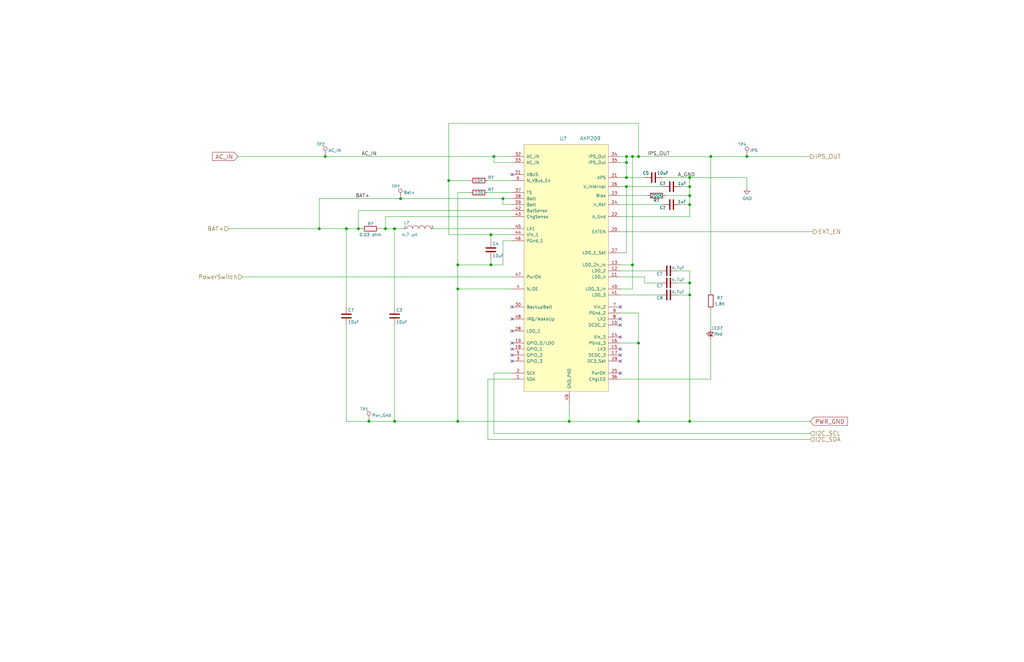
<source format=kicad_sch>
(kicad_sch (version 20210621) (generator eeschema)
  (paper "USLedger")
  (title_block (title "ConnectBox HAT using RPi CM4") (date "2021-10-08") (rev "1.6.0") (comment 1 "JRA"))
  (lib_symbols
    (symbol "Connector:TestPoint" (pin_numbers hide) (pin_names (offset 0.762) hide)
      (property "Reference" "TP" (at 0 6.858 0))
      (property "Value" "TestPoint" (at 0 5.08 0))
      (symbol "TestPoint_0_1"
        (circle (center 0 3.302) (radius 0.762))
      )
      (symbol "TestPoint_1_1"
        (pin passive line (at 0 0 90) (length 2.54) (name "1") (number "1"))
      )
    )
    (symbol "Custom_1:AXP209" (pin_names (offset 1.016))
      (property "Reference" "U" (at -6.35 40.64 0))
      (property "Value" "AXP209" (at 5.08 40.64 0))
      (symbol "AXP209_0_1"
        (rectangle (start -22.86 38.1) (end 12.7 -66.04) (stroke (width 0.0254)) (fill (type background)))
      )
      (symbol "AXP209_1_1"
        (pin input line (at -27.94 -60.96 0) (length 5.08) (name "SDA") (number "1"))
        (pin input line (at 17.78 -38.1 180) (length 5.08) (name "DCDC_2") (number "10"))
        (pin input line (at 17.78 -17.78 180) (length 5.08) (name "LDO_4") (number "11"))
        (pin input line (at 17.78 -15.24 180) (length 5.08) (name "LDO_2") (number "12"))
        (pin input line (at 17.78 -12.7 180) (length 5.08) (name "LDO_24_In") (number "13"))
        (pin input line (at 17.78 -43.18 180) (length 5.08) (name "Vin_3") (number "14"))
        (pin input line (at 17.78 -48.26 180) (length 5.08) (name "LX3") (number "15"))
        (pin input line (at 17.78 -45.72 180) (length 5.08) (name "PGnd_3") (number "16"))
        (pin input line (at 17.78 -50.8 180) (length 5.08) (name "DCDC_3") (number "17"))
        (pin input line (at -27.94 -48.26 0) (length 5.08) (name "GPIO_1") (number "18"))
        (pin input line (at -27.94 -45.72 0) (length 5.08) (name "GPIO_0/LDO") (number "19"))
        (pin input line (at -27.94 -58.42 0) (length 5.08) (name "SCK") (number "2"))
        (pin output line (at 17.78 1.27 180) (length 5.08) (name "EXTEN") (number "20"))
        (pin input line (at 17.78 24.13 180) (length 5.08) (name "APS") (number "21"))
        (pin input line (at 17.78 7.62 180) (length 5.08) (name "A_Gnd") (number "22"))
        (pin input line (at 17.78 16.51 180) (length 5.08) (name "Bias") (number "23"))
        (pin input line (at 17.78 12.7 180) (length 5.08) (name "V_Ref") (number "24"))
        (pin input line (at 17.78 -58.42 180) (length 5.08) (name "PwrOK") (number "25"))
        (pin input line (at 17.78 20.32 180) (length 5.08) (name "V_Internal") (number "26"))
        (pin input line (at 17.78 -7.62 180) (length 5.08) (name "LDO_1_Set") (number "27"))
        (pin input line (at -27.94 -40.64 0) (length 5.08) (name "LDO_1") (number "28"))
        (pin input line (at 17.78 -53.34 180) (length 5.08) (name "DC3_Set") (number "29"))
        (pin input line (at -27.94 -53.34 0) (length 5.08) (name "GPIO_3") (number "3"))
        (pin input line (at -27.94 -30.48 0) (length 5.08) (name "BackupBatt") (number "30"))
        (pin input line (at -27.94 25.4 0) (length 5.08) (name "VBUS") (number "31"))
        (pin input line (at -27.94 33.02 0) (length 5.08) (name "AC_IN") (number "32"))
        (pin input line (at -27.94 30.48 0) (length 5.08) (name "AC_IN") (number "33"))
        (pin input line (at 17.78 33.02 180) (length 5.08) (name "IPS_Out") (number "34"))
        (pin input line (at 17.78 30.48 180) (length 5.08) (name "IPS_Out") (number "35"))
        (pin input line (at 17.78 -60.96 180) (length 5.08) (name "ChgLED") (number "36"))
        (pin input line (at -27.94 17.78 0) (length 5.08) (name "TS") (number "37"))
        (pin input line (at -27.94 15.24 0) (length 5.08) (name "Batt") (number "38"))
        (pin input line (at -27.94 12.7 0) (length 5.08) (name "Batt") (number "39"))
        (pin input line (at -27.94 -22.86 0) (length 5.08) (name "N_OE") (number "4"))
        (pin input line (at 17.78 -22.86 180) (length 5.08) (name "LDO_3_In") (number "40"))
        (pin input line (at 17.78 -25.4 180) (length 5.08) (name "LDO_3") (number "41"))
        (pin input line (at -27.94 10.16 0) (length 5.08) (name "BatSense") (number "42"))
        (pin input line (at -27.94 7.62 0) (length 5.08) (name "ChgSense") (number "43"))
        (pin input line (at -27.94 0 0) (length 5.08) (name "Vin_1") (number "44"))
        (pin input line (at -27.94 2.54 0) (length 5.08) (name "LX1") (number "45"))
        (pin input line (at -27.94 -2.54 0) (length 5.08) (name "PGnd_1") (number "46"))
        (pin input line (at -27.94 -17.78 0) (length 5.08) (name "PwrON") (number "47"))
        (pin input line (at -27.94 -35.56 0) (length 5.08) (name "IRQ/WakeUp") (number "48"))
        (pin input line (at -3.81 -71.12 90) (length 5.08) (name "GND_PAD") (number "49"))
        (pin input line (at -27.94 -50.8 0) (length 5.08) (name "GPIO_2") (number "5"))
        (pin input line (at -27.94 22.86 0) (length 5.08) (name "N_VBus_En") (number "6"))
        (pin input line (at 17.78 -30.48 180) (length 5.08) (name "Vin_2") (number "7"))
        (pin input line (at 17.78 -35.56 180) (length 5.08) (name "LX2") (number "8"))
        (pin input line (at 17.78 -33.02 180) (length 5.08) (name "PGnd_2") (number "9"))
      )
    )
    (symbol "Custom_1:INDUCTOR" (pin_numbers hide) (pin_names (offset 0))
      (property "Reference" "L" (at 0 2.54 0))
      (property "Value" "INDUCTOR" (at 0 -1.27 0))
      (symbol "INDUCTOR_0_1"
        (arc (start -2.54 0) (end -5.08 0) (radius (at -3.81 0) (length 1.27) (angles 0.1 179.9)))
        (arc (start 0 0) (end -2.54 0) (radius (at -1.27 0) (length 1.27) (angles 0.1 179.9)))
        (arc (start 2.54 0) (end 0 0) (radius (at 1.27 0) (length 1.27) (angles 0.1 179.9)))
        (arc (start 5.08 0) (end 2.54 0) (radius (at 3.81 0) (length 1.27) (angles 0.1 179.9)))
      )
      (symbol "INDUCTOR_1_1"
        (pin input line (at -6.35 0 0) (length 1.27) (name "1") (number "1"))
        (pin input line (at 6.35 0 180) (length 1.27) (name "2") (number "2"))
      )
    )
    (symbol "Device:C" (pin_numbers hide) (pin_names (offset 0.254))
      (property "Reference" "C" (at 0.635 2.54 0))
      (property "Value" "C" (at 0.635 -2.54 0))
      (symbol "C_0_1"
        (polyline (pts (xy -2.032 -0.762) (xy 2.032 -0.762)) (stroke (width 0.508)))
        (polyline (pts (xy -2.032 0.762) (xy 2.032 0.762)) (stroke (width 0.508)))
      )
      (symbol "C_1_1"
        (pin passive line (at 0 3.81 270) (length 2.794) (name "~") (number "1"))
        (pin passive line (at 0 -3.81 90) (length 2.794) (name "~") (number "2"))
      )
    )
    (symbol "Device:LED_Small" (pin_numbers hide) (pin_names (offset 0.254) hide)
      (property "Reference" "D" (at -1.27 3.175 0))
      (property "Value" "LED_Small" (at -4.445 -2.54 0))
      (symbol "LED_Small_0_1"
        (polyline (pts (xy -0.762 -1.016) (xy -0.762 1.016)) (stroke (width 0.254)))
        (polyline (pts (xy 1.016 0) (xy -0.762 0)))
        (polyline (pts (xy 0.762 -1.016) (xy -0.762 0) (xy 0.762 1.016) (xy 0.762 -1.016)) (stroke (width 0.254)))
        (polyline (pts (xy 0 0.762) (xy -0.508 1.27) (xy -0.254 1.27) (xy -0.508 1.27) (xy -0.508 1.016)))
        (polyline (pts (xy 0.508 1.27) (xy 0 1.778) (xy 0.254 1.778) (xy 0 1.778) (xy 0 1.524)))
      )
      (symbol "LED_Small_1_1"
        (pin passive line (at -2.54 0 0) (length 1.778) (name "K") (number "1"))
        (pin passive line (at 2.54 0 180) (length 1.778) (name "A") (number "2"))
      )
    )
    (symbol "Device:R" (pin_numbers hide) (pin_names (offset 0))
      (property "Reference" "R" (at 2.032 0 90))
      (property "Value" "R" (at 0 0 90))
      (symbol "R_0_1"
        (rectangle (start -1.016 -2.54) (end 1.016 2.54) (stroke (width 0.254)))
      )
      (symbol "R_1_1"
        (pin passive line (at 0 3.81 270) (length 1.27) (name "~") (number "1"))
        (pin passive line (at 0 -3.81 90) (length 1.27) (name "~") (number "2"))
      )
    )
    (symbol "power:GND" (power) (pin_names (offset 0))
      (property "Value" "GND" (at 0 -3.81 0))
      (symbol "GND_0_1"
        (polyline (pts (xy 0 0) (xy 0 -1.27) (xy 1.27 -1.27) (xy 0 -2.54) (xy -1.27 -1.27) (xy 0 -1.27)))
      )
      (symbol "GND_1_1"
        (pin power_in line (at 0 0 270) (length 0) hide (name "GND") (number "1"))
      )
    )
  )
  (junction (at 134.62 96.52) (diameter 1.016))
  (junction (at 137.16 66.04) (diameter 1.016))
  (junction (at 146.05 96.52) (diameter 1.016))
  (junction (at 151.13 96.52) (diameter 1.016))
  (junction (at 155.575 177.8) (diameter 1.016))
  (junction (at 162.56 96.52) (diameter 1.016))
  (junction (at 166.37 96.52) (diameter 1.016))
  (junction (at 166.37 177.8) (diameter 1.016))
  (junction (at 168.91 83.82) (diameter 1.016))
  (junction (at 189.23 76.2) (diameter 1.016))
  (junction (at 193.04 111.76) (diameter 1.016))
  (junction (at 193.04 121.92) (diameter 1.016))
  (junction (at 193.04 177.8) (diameter 1.016))
  (junction (at 207.01 99.06) (diameter 1.016))
  (junction (at 207.01 111.76) (diameter 1.016))
  (junction (at 208.28 66.04) (diameter 1.016))
  (junction (at 212.09 83.82) (diameter 1.016))
  (junction (at 240.03 177.8) (diameter 1.016))
  (junction (at 264.16 66.04) (diameter 1.016))
  (junction (at 264.16 68.58) (diameter 1.016))
  (junction (at 264.16 74.93) (diameter 1.016))
  (junction (at 264.16 78.74) (diameter 1.016))
  (junction (at 266.7 66.04) (diameter 1.016))
  (junction (at 266.7 111.76) (diameter 1.016))
  (junction (at 269.24 66.04) (diameter 1.016))
  (junction (at 269.24 144.78) (diameter 1.016))
  (junction (at 269.24 177.8) (diameter 1.016))
  (junction (at 290.83 74.93) (diameter 1.016))
  (junction (at 290.83 78.74) (diameter 1.016))
  (junction (at 290.83 82.55) (diameter 1.016))
  (junction (at 290.83 86.36) (diameter 1.016))
  (junction (at 290.83 119.38) (diameter 1.016))
  (junction (at 290.83 124.46) (diameter 1.016))
  (junction (at 290.83 177.8) (diameter 1.016))
  (junction (at 299.72 66.04) (diameter 1.016))
  (junction (at 314.96 66.04) (diameter 1.016))
  (no_connect (at 215.9 73.66))
  (no_connect (at 215.9 129.54))
  (no_connect (at 215.9 134.62))
  (no_connect (at 215.9 139.7))
  (no_connect (at 215.9 144.78))
  (no_connect (at 215.9 147.32))
  (no_connect (at 215.9 149.86))
  (no_connect (at 215.9 152.4))
  (no_connect (at 261.62 129.54))
  (no_connect (at 261.62 134.62))
  (no_connect (at 261.62 137.16))
  (no_connect (at 261.62 142.24))
  (no_connect (at 261.62 147.32))
  (no_connect (at 261.62 149.86))
  (no_connect (at 261.62 152.4))
  (no_connect (at 261.62 157.48))
  (wire (pts (xy 96.52 96.52) (xy 134.62 96.52)))
  (wire (pts (xy 100.33 66.04) (xy 137.16 66.04)))
  (wire (pts (xy 134.62 83.82) (xy 134.62 96.52)))
  (wire (pts (xy 134.62 83.82) (xy 168.91 83.82)))
  (wire (pts (xy 134.62 96.52) (xy 146.05 96.52)))
  (wire (pts (xy 137.16 66.04) (xy 208.28 66.04)))
  (wire (pts (xy 146.05 96.52) (xy 151.13 96.52)))
  (wire (pts (xy 146.05 129.54) (xy 146.05 96.52)))
  (wire (pts (xy 146.05 137.16) (xy 146.05 177.8)))
  (wire (pts (xy 151.13 88.9) (xy 215.9 88.9)))
  (wire (pts (xy 151.13 96.52) (xy 151.13 88.9)))
  (wire (pts (xy 151.13 96.52) (xy 152.4 96.52)))
  (wire (pts (xy 155.575 177.8) (xy 146.05 177.8)))
  (wire (pts (xy 160.02 96.52) (xy 162.56 96.52)))
  (wire (pts (xy 162.56 91.44) (xy 162.56 96.52)))
  (wire (pts (xy 162.56 96.52) (xy 166.37 96.52)))
  (wire (pts (xy 166.37 96.52) (xy 166.37 129.54)))
  (wire (pts (xy 166.37 96.52) (xy 170.18 96.52)))
  (wire (pts (xy 166.37 177.8) (xy 155.575 177.8)))
  (wire (pts (xy 166.37 177.8) (xy 166.37 137.16)))
  (wire (pts (xy 166.37 177.8) (xy 193.04 177.8)))
  (wire (pts (xy 168.91 83.82) (xy 212.09 83.82)))
  (wire (pts (xy 182.88 96.52) (xy 215.9 96.52)))
  (wire (pts (xy 189.23 52.07) (xy 189.23 76.2)))
  (wire (pts (xy 189.23 52.07) (xy 269.24 52.07)))
  (wire (pts (xy 189.23 76.2) (xy 189.23 99.06)))
  (wire (pts (xy 189.23 99.06) (xy 207.01 99.06)))
  (wire (pts (xy 193.04 81.28) (xy 193.04 111.76)))
  (wire (pts (xy 193.04 111.76) (xy 193.04 121.92)))
  (wire (pts (xy 193.04 121.92) (xy 193.04 177.8)))
  (wire (pts (xy 193.04 121.92) (xy 215.9 121.92)))
  (wire (pts (xy 193.04 177.8) (xy 240.03 177.8)))
  (wire (pts (xy 198.12 76.2) (xy 189.23 76.2)))
  (wire (pts (xy 198.12 81.28) (xy 193.04 81.28)))
  (wire (pts (xy 205.74 76.2) (xy 215.9 76.2)))
  (wire (pts (xy 205.74 81.28) (xy 215.9 81.28)))
  (wire (pts (xy 205.74 160.02) (xy 215.9 160.02)))
  (wire (pts (xy 205.74 185.42) (xy 205.74 160.02)))
  (wire (pts (xy 207.01 99.06) (xy 215.9 99.06)))
  (wire (pts (xy 207.01 101.6) (xy 207.01 99.06)))
  (wire (pts (xy 207.01 111.76) (xy 193.04 111.76)))
  (wire (pts (xy 207.01 111.76) (xy 207.01 109.22)))
  (wire (pts (xy 208.28 66.04) (xy 215.9 66.04)))
  (wire (pts (xy 208.28 68.58) (xy 208.28 66.04)))
  (wire (pts (xy 208.28 157.48) (xy 208.28 182.88)))
  (wire (pts (xy 208.28 182.88) (xy 341.63 182.88)))
  (wire (pts (xy 212.09 83.82) (xy 212.09 86.36)))
  (wire (pts (xy 212.09 83.82) (xy 215.9 83.82)))
  (wire (pts (xy 212.09 86.36) (xy 215.9 86.36)))
  (wire (pts (xy 212.09 101.6) (xy 212.09 111.76)))
  (wire (pts (xy 212.09 111.76) (xy 207.01 111.76)))
  (wire (pts (xy 215.9 68.58) (xy 208.28 68.58)))
  (wire (pts (xy 215.9 91.44) (xy 162.56 91.44)))
  (wire (pts (xy 215.9 101.6) (xy 212.09 101.6)))
  (wire (pts (xy 215.9 116.84) (xy 102.235 116.84)))
  (wire (pts (xy 215.9 157.48) (xy 208.28 157.48)))
  (wire (pts (xy 240.03 177.8) (xy 240.03 170.18)))
  (wire (pts (xy 261.62 68.58) (xy 264.16 68.58)))
  (wire (pts (xy 261.62 74.93) (xy 264.16 74.93)))
  (wire (pts (xy 261.62 78.74) (xy 264.16 78.74)))
  (wire (pts (xy 261.62 82.55) (xy 273.05 82.55)))
  (wire (pts (xy 261.62 91.44) (xy 290.83 91.44)))
  (wire (pts (xy 261.62 97.79) (xy 342.9 97.79)))
  (wire (pts (xy 261.62 106.68) (xy 264.16 106.68)))
  (wire (pts (xy 261.62 111.76) (xy 266.7 111.76)))
  (wire (pts (xy 261.62 114.3) (xy 278.13 114.3)))
  (wire (pts (xy 261.62 116.84) (xy 271.78 116.84)))
  (wire (pts (xy 261.62 124.46) (xy 278.13 124.46)))
  (wire (pts (xy 261.62 132.08) (xy 269.24 132.08)))
  (wire (pts (xy 261.62 144.78) (xy 269.24 144.78)))
  (wire (pts (xy 261.62 160.02) (xy 299.72 160.02)))
  (wire (pts (xy 264.16 66.04) (xy 261.62 66.04)))
  (wire (pts (xy 264.16 66.04) (xy 264.16 68.58)))
  (wire (pts (xy 264.16 68.58) (xy 264.16 74.93)))
  (wire (pts (xy 264.16 74.93) (xy 271.78 74.93)))
  (wire (pts (xy 264.16 78.74) (xy 279.4 78.74)))
  (wire (pts (xy 264.16 106.68) (xy 264.16 78.74)))
  (wire (pts (xy 266.7 66.04) (xy 264.16 66.04)))
  (wire (pts (xy 266.7 66.04) (xy 266.7 111.76)))
  (wire (pts (xy 266.7 111.76) (xy 266.7 121.92)))
  (wire (pts (xy 266.7 121.92) (xy 261.62 121.92)))
  (wire (pts (xy 269.24 52.07) (xy 269.24 66.04)))
  (wire (pts (xy 269.24 66.04) (xy 266.7 66.04)))
  (wire (pts (xy 269.24 66.04) (xy 299.72 66.04)))
  (wire (pts (xy 269.24 132.08) (xy 269.24 144.78)))
  (wire (pts (xy 269.24 144.78) (xy 269.24 177.8)))
  (wire (pts (xy 269.24 177.8) (xy 240.03 177.8)))
  (wire (pts (xy 269.24 177.8) (xy 290.83 177.8)))
  (wire (pts (xy 271.78 116.84) (xy 271.78 119.38)))
  (wire (pts (xy 271.78 119.38) (xy 278.13 119.38)))
  (wire (pts (xy 279.4 74.93) (xy 290.83 74.93)))
  (wire (pts (xy 279.4 86.36) (xy 261.62 86.36)))
  (wire (pts (xy 285.75 114.3) (xy 290.83 114.3)))
  (wire (pts (xy 285.75 119.38) (xy 290.83 119.38)))
  (wire (pts (xy 285.75 124.46) (xy 290.83 124.46)))
  (wire (pts (xy 290.83 74.93) (xy 290.83 78.74)))
  (wire (pts (xy 290.83 74.93) (xy 314.96 74.93)))
  (wire (pts (xy 290.83 78.74) (xy 287.02 78.74)))
  (wire (pts (xy 290.83 78.74) (xy 290.83 82.55)))
  (wire (pts (xy 290.83 82.55) (xy 280.67 82.55)))
  (wire (pts (xy 290.83 82.55) (xy 290.83 86.36)))
  (wire (pts (xy 290.83 86.36) (xy 287.02 86.36)))
  (wire (pts (xy 290.83 86.36) (xy 290.83 91.44)))
  (wire (pts (xy 290.83 114.3) (xy 290.83 119.38)))
  (wire (pts (xy 290.83 119.38) (xy 290.83 124.46)))
  (wire (pts (xy 290.83 124.46) (xy 290.83 177.8)))
  (wire (pts (xy 290.83 177.8) (xy 341.63 177.8)))
  (wire (pts (xy 299.72 66.04) (xy 299.72 123.19)))
  (wire (pts (xy 299.72 66.04) (xy 314.96 66.04)))
  (wire (pts (xy 299.72 130.81) (xy 299.72 138.43)))
  (wire (pts (xy 299.72 143.51) (xy 299.72 160.02)))
  (wire (pts (xy 314.96 66.04) (xy 341.63 66.04)))
  (wire (pts (xy 314.96 74.93) (xy 314.96 79.375)))
  (wire (pts (xy 341.63 185.42) (xy 205.74 185.42)))
  (label "BAT+" (at 149.86 83.82 0) (effects (font (size 1.524 1.524))))
  (label "AC_IN" (at 152.4 66.04 0) (effects (font (size 1.524 1.524))))
  (label "IPS_OUT" (at 273.05 66.04 0) (effects (font (size 1.524 1.524))))
  (label "A_GND" (at 285.75 74.93 0) (effects (font (size 1.524 1.524))))
  (global_label "AC_IN" (shape input) (at 100.33 66.04 180) (effects (font (size 1.778 1.778))) (property "Intersheet References" "${INTERSHEET_REFS}" (effects hide)))
  (global_label "PWR_GND" (shape input) (at 341.63 177.8 0) (effects (font (size 1.778 1.778))) (property "Intersheet References" "${INTERSHEET_REFS}" (effects hide)))
  (hierarchical_label "BAT+" (shape input) (at 96.52 96.52 180) (effects (font (size 1.778 1.778))))
  (hierarchical_label "PowerSwitch" (shape input) (at 102.235 116.84 180) (effects (font (size 1.778 1.778))))
  (hierarchical_label "IPS_OUT" (shape output) (at 341.63 66.04 0) (effects (font (size 1.778 1.778))))
  (hierarchical_label "I2C_SCL" (shape input) (at 341.63 182.88 0) (effects (font (size 1.778 1.778))))
  (hierarchical_label "I2C_SDA" (shape input) (at 341.63 185.42 0) (effects (font (size 1.778 1.778))))
  (hierarchical_label "EXT_EN" (shape output) (at 342.9 97.79 0) (effects (font (size 1.778 1.778))))
  (symbol (lib_id "Connector:TestPoint") (at 137.16 66.04 0) (unit 1)
    (property "Reference" "TP2" (at 133.35 60.96 0) (effects (justify left)))
    (property "Value" "AC_IN" (at 138.43 63.5 0) (effects (justify left)))
    (property "Footprint" "TestPoint:TestPoint_THTPad_D1.5mm_Drill0.7mm" (effects hide))
  )
  (symbol (lib_id "Connector:TestPoint") (at 155.575 177.8 0) (unit 1)
    (property "Reference" "TP1" (at 151.765 172.72 0) (effects (justify left)))
    (property "Value" "Pwr_Gnd" (at 156.845 175.26 0) (effects (justify left)))
    (property "Footprint" "TestPoint:TestPoint_THTPad_D1.5mm_Drill0.7mm" (effects hide))
  )
  (symbol (lib_id "Connector:TestPoint") (at 168.91 83.82 0) (unit 1)
    (property "Reference" "TP?" (at 165.1 78.74 0) (effects (justify left)))
    (property "Value" "Bat+" (at 170.18 81.28 0) (effects (justify left)))
    (property "Footprint" "TestPoint:TestPoint_THTPad_D1.5mm_Drill0.7mm" (effects hide))
  )
  (symbol (lib_id "Connector:TestPoint") (at 314.96 66.04 0) (unit 1)
    (property "Reference" "TP4" (at 311.15 60.96 0) (effects (justify left)))
    (property "Value" "IPS" (at 316.23 63.5 0) (effects (justify left)))
    (property "Footprint" "TestPoint:TestPoint_THTPad_D1.5mm_Drill0.7mm" (effects hide))
  )
  (symbol (lib_id "power:GND") (at 314.96 79.375 0) (unit 1)
    (property "Reference" "#PWR0101" (effects hide))
    (property "Value" "GND" (at 315.087 83.7692 0))
  )
  (symbol (lib_id "Device:LED_Small") (at 299.72 140.97 90) (unit 1)
    (property "Reference" "LED?" (at 304.8 138.43 90) (effects (justify left)))
    (property "Value" "Red" (at 304.8 140.97 90) (effects (justify left)))
    (property "Footprint" "LED_SMD:LED_0603_1608Metric" (effects hide))
    (property "Manufacturer" "Lite-On Inc." (effects hide))
    (property "Manufacturer P/N" "LTST-C191KRKT" (effects hide))
    (property "Description" "LED RED CLEAR 0603 SMD" (effects hide))
    (property "DigiKey P/N" "160-1447-1-ND" (effects hide))
    (property "Type" "SMD" (effects hide))
  )
  (symbol (lib_id "Device:R") (at 156.21 96.52 90) (unit 1)
    (property "Reference" "R?" (at 156.21 94.488 90))
    (property "Value" "0.03 ohm" (at 156.21 99.06 90))
    (property "Footprint" "Resistor_SMD:R_0805_2012Metric" (effects hide))
    (property "Manufacturer" "Panasonic Electronic Components" (effects hide))
    (property "Manufacturer P/N" "ERJ-6CWFR030V" (effects hide))
    (property "Description" "RES 0.03 OHM 1% 1/2W 0805" (effects hide))
    (property "DigiKey P/N" "P19207CT-ND" (effects hide))
    (property "Type" "SMD" (effects hide))
  )
  (symbol (lib_id "Device:R") (at 201.93 76.2 270) (unit 1)
    (property "Reference" "R?" (at 207.01 74.93 90))
    (property "Value" "10K" (at 201.93 76.2 90))
    (property "Footprint" "Resistor_SMD:R_0603_1608Metric" (effects hide))
    (property "Manufacturer" "Yageo" (effects hide))
    (property "Manufacturer P/N" "RC0603FR-0710KL" (effects hide))
    (property "Description" "RES SMD 10K OHM 1% 1/8W 0603" (effects hide))
    (property "DigiKey P/N" "311-10.0KHRCT-ND" (effects hide))
    (property "Type" "SMD" (effects hide))
  )
  (symbol (lib_id "Device:R") (at 201.93 81.28 270) (unit 1)
    (property "Reference" "R?" (at 207.01 80.01 90))
    (property "Value" "100" (at 201.93 81.28 90))
    (property "Footprint" "Resistor_SMD:R_0603_1608Metric" (effects hide))
    (property "Manufacturer" "Yageo" (effects hide))
    (property "Manufacturer P/N" "RC06-3FR-07100RL" (effects hide))
    (property "Description" "RES SMD 100 OHM 1% 1/8W 0603" (effects hide))
    (property "DigiKey P/N" "311-100HRCT-ND" (effects hide))
    (property "Type" "SMD" (effects hide))
  )
  (symbol (lib_id "Device:R") (at 276.86 82.55 270) (unit 1)
    (property "Reference" "R?" (at 276.86 84.582 90))
    (property "Value" "200K" (at 276.86 82.55 90))
    (property "Footprint" "Resistor_SMD:R_0603_1608Metric" (effects hide))
    (property "Manufacturer" "Yageo" (effects hide))
    (property "Manufacturer P/N" "RC0603FR-07200KL" (effects hide))
    (property "Description" "RES SMD 200K OHM 1% 1/8W 0603" (effects hide))
    (property "DigiKey P/N" "311-200KHRCT-ND" (effects hide))
    (property "Type" "SMD" (effects hide))
  )
  (symbol (lib_id "Device:R") (at 299.72 127 0) (unit 1)
    (property "Reference" "R?" (at 303.53 125.73 0))
    (property "Value" "1.8K" (at 303.53 128.27 0))
    (property "Footprint" "Resistor_SMD:R_0603_1608Metric" (effects hide))
    (property "Manufacturer" "Yageo" (effects hide))
    (property "Manufacturer P/N" "RC0603FR-071K8L" (effects hide))
    (property "Description" "RES SMD 1.8K OHM 1% 1/8W 0603" (effects hide))
    (property "DigiKey P/N" "311-1.80KHRCT-ND" (effects hide))
    (property "Type" "SMD" (effects hide))
  )
  (symbol (lib_id "Custom_1:INDUCTOR") (at 176.53 96.52 0) (unit 1)
    (property "Reference" "L?" (at 171.45 93.98 0))
    (property "Value" "4.7 uH" (at 172.72 99.06 0))
    (property "Footprint" "CustomComponents:INDUCTOR_SMD_6x6-1" (effects hide))
    (property "Manufacturer" "Taiyo Yuden" (effects hide))
    (property "Manufacturer P/N" "NR6028T4R7M" (effects hide))
    (property "Description" "FIXED IND 4.7UH 3A 40.3 MOHM SMD" (effects hide))
    (property "DigiKey P/N" "587-2100-1-ND" (effects hide))
    (property "Type" "SMD" (effects hide))
  )
  (symbol (lib_id "Device:C") (at 146.05 133.35 0) (unit 1)
    (property "Reference" "C?" (at 146.685 130.81 0) (effects (justify left)))
    (property "Value" "10uF" (at 146.685 135.89 0) (effects (justify left)))
    (property "Footprint" "Capacitor_SMD:C_0603_1608Metric" (effects hide))
    (property "Manufacturer" "Samsung Electro-Mechanics" (effects hide))
    (property "Manufacturer P/N" "C0603C106M9PACTU" (effects hide))
    (property "Description" "CAP CER 10UF 6.3V X5R 0603" (effects hide))
    (property "DigiKey P/N" "399-5504-1-ND " (effects hide))
    (property "Type" "SMD" (effects hide))
  )
  (symbol (lib_id "Device:C") (at 166.37 133.35 0) (unit 1)
    (property "Reference" "C3" (at 167.005 130.81 0) (effects (justify left)))
    (property "Value" "10uF" (at 167.005 135.89 0) (effects (justify left)))
    (property "Footprint" "Capacitor_SMD:C_0603_1608Metric" (effects hide))
    (property "Manufacturer" "Samsung Electro-Mechanics" (effects hide))
    (property "Manufacturer P/N" "C0603C106M9PACTU" (effects hide))
    (property "Description" "CAP CER 10UF 6.3V X5R 0603" (effects hide))
    (property "DigiKey P/N" "399-5504-1-ND " (effects hide))
    (property "Type" "SMD" (effects hide))
  )
  (symbol (lib_id "Device:C") (at 207.01 105.41 0) (unit 1)
    (property "Reference" "C4" (at 207.645 102.87 0) (effects (justify left)))
    (property "Value" "10uF" (at 207.645 107.95 0) (effects (justify left)))
    (property "Footprint" "Capacitor_SMD:C_0603_1608Metric" (effects hide))
    (property "Manufacturer" "Samsung Electro-Mechanics" (effects hide))
    (property "Manufacturer P/N" "C0603C106M9PACTU" (effects hide))
    (property "Description" "CAP CER 10UF 6.3V X5R 0603" (effects hide))
    (property "DigiKey P/N" "399-5504-1-ND " (effects hide))
    (property "Type" "SMD" (effects hide))
  )
  (symbol (lib_id "Device:C") (at 275.59 74.93 90) (unit 1)
    (property "Reference" "C5" (at 273.685 73.025 90) (effects (justify left)))
    (property "Value" "10uF" (at 281.94 73.025 90) (effects (justify left)))
    (property "Footprint" "Capacitor_SMD:C_0603_1608Metric" (effects hide))
    (property "Manufacturer" "Samsung Electro-Mechanics" (effects hide))
    (property "Manufacturer P/N" "C0603C106M9PACTU" (effects hide))
    (property "Description" "CAP CER 10UF 6.3V X5R 0603" (effects hide))
    (property "DigiKey P/N" "399-5504-1-ND " (effects hide))
    (property "Type" "SMD" (effects hide))
  )
  (symbol (lib_id "Device:C") (at 281.94 114.3 270) (unit 1)
    (property "Reference" "C?" (at 276.86 115.57 90) (effects (justify left)))
    (property "Value" "4.7uF" (at 283.21 113.03 90) (effects (justify left)))
    (property "Footprint" "Capacitor_SMD:C_0603_1608Metric" (effects hide))
    (property "Manufacturer" "KEMET" (effects hide))
    (property "Manufacturer P/N" "C0603C475K9PACTU" (effects hide))
    (property "Description" "CAP CER 4.7UF 6.3V X5R 0603" (effects hide))
    (property "DigiKey P/N" "399-3482-1-ND" (effects hide))
    (property "Type" "SMD" (effects hide))
  )
  (symbol (lib_id "Device:C") (at 281.94 119.38 270) (unit 1)
    (property "Reference" "C7" (at 276.86 120.65 90) (effects (justify left)))
    (property "Value" "4.7uF" (at 283.21 118.11 90) (effects (justify left)))
    (property "Footprint" "Capacitor_SMD:C_0603_1608Metric" (effects hide))
    (property "Manufacturer" "KEMET" (effects hide))
    (property "Manufacturer P/N" "C0603C475K9PACTU" (effects hide))
    (property "Description" "CAP CER 4.7UF 6.3V X5R 0603" (effects hide))
    (property "DigiKey P/N" "399-3482-1-ND" (effects hide))
    (property "Type" "SMD" (effects hide))
  )
  (symbol (lib_id "Device:C") (at 281.94 124.46 270) (unit 1)
    (property "Reference" "C8" (at 276.86 125.73 90) (effects (justify left)))
    (property "Value" "4.7uF" (at 283.21 123.19 90) (effects (justify left)))
    (property "Footprint" "Capacitor_SMD:C_0603_1608Metric" (effects hide))
    (property "Manufacturer" "KEMET" (effects hide))
    (property "Manufacturer P/N" "C0603C475K9PACTU" (effects hide))
    (property "Description" "CAP CER 4.7UF 6.3V X5R 0603" (effects hide))
    (property "DigiKey P/N" "399-3482-1-ND" (effects hide))
    (property "Type" "SMD" (effects hide))
  )
  (symbol (lib_id "Device:C") (at 283.21 78.74 270) (unit 1)
    (property "Reference" "C?" (at 278.13 77.47 90) (effects (justify left)))
    (property "Value" "1uF" (at 285.75 77.47 90) (effects (justify left)))
    (property "Footprint" "Capacitor_SMD:C_0603_1608Metric" (effects hide))
    (property "Manufacturer" "KEMET" (effects hide))
    (property "Manufacturer P/N" "C0603C105K9PACTU" (effects hide))
    (property "Description" "CAP CER 1UF 6.3V X5R 0603" (effects hide))
    (property "DigiKey P/N" "399-7848-1-ND" (effects hide))
    (property "Type" "SMD" (effects hide))
  )
  (symbol (lib_id "Device:C") (at 283.21 86.36 270) (unit 1)
    (property "Reference" "C?" (at 278.13 87.63 90) (effects (justify left)))
    (property "Value" "1uF" (at 285.75 85.09 90) (effects (justify left)))
    (property "Footprint" "Capacitor_SMD:C_0603_1608Metric" (effects hide))
    (property "Manufacturer" "KEMET" (effects hide))
    (property "Manufacturer P/N" "C0603C105K9PACTU" (effects hide))
    (property "Description" "CAP CER 1UF 6.3V X5R 0603" (effects hide))
    (property "DigiKey P/N" "399-7848-1-ND" (effects hide))
    (property "Type" "SMD" (effects hide))
  )
  (symbol (lib_id "Custom_1:AXP209") (at 243.84 99.06 0) (unit 1)
    (property "Reference" "U?" (at 237.49 58.42 0) (effects (font (size 1.524 1.524))))
    (property "Value" "AXP209" (at 248.92 58.42 0) (effects (font (size 1.524 1.524))))
    (property "Footprint" "CustomComponents:UQFN-48-1EP_6x6mm_Pitch0.4mm_75" (effects hide))
    (property "Manufacturer" "X-Powers" (effects hide))
    (property "Manufacturer P/N" "AXP209" (effects hide))
    (property "Description" "Enhanced single Cell Li-Battery and Power System Management IC" (effects hide))
    (property "DigiKey P/N" "http://www.kynix.com/Detail/120792/AXP209.html" (effects hide))
    (property "Type" "SMD" (effects hide))
  )
)
</source>
